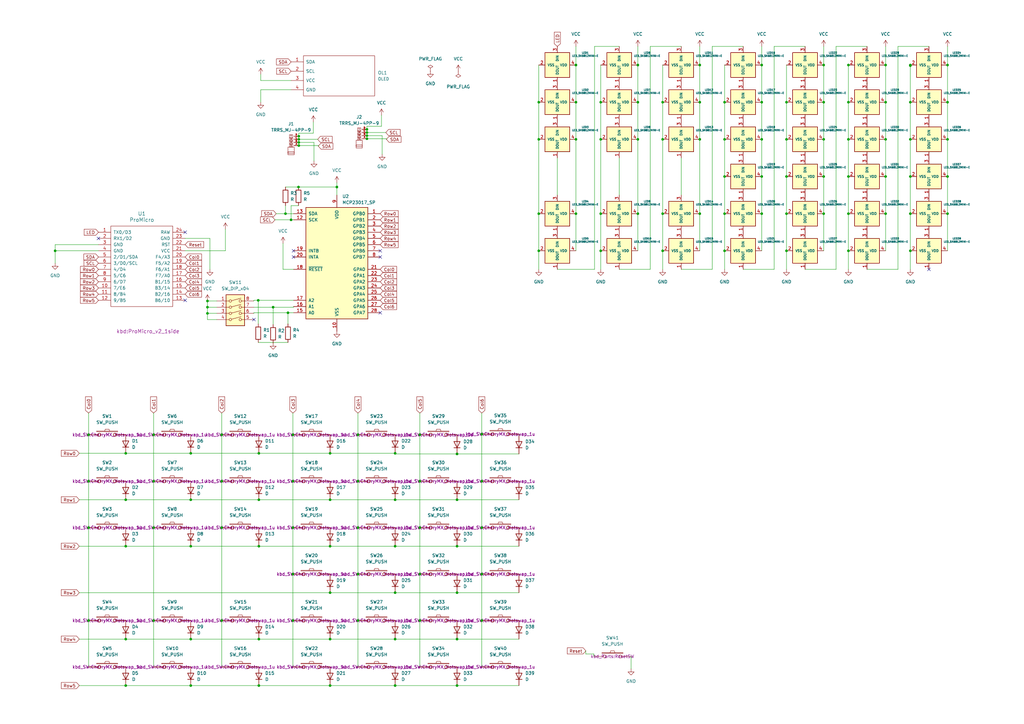
<source format=kicad_sch>
(kicad_sch (version 20230121) (generator eeschema)
  (paper "A3")
  (junction (at 106.172 224.028))
  (junction (at 287.02 26.67))
  (junction (at 363.22 72.39))
  (junction (at 51.562 224.028))
  (junction (at 347.98 57.15))
  (junction (at 146.812 197.358))
  (junction (at 347.98 72.39))
  (junction (at 337.82 26.67))
  (junction (at 373.38 72.39))
  (junction (at 312.42 72.39))
  (junction (at 162.052 243.078))
  (junction (at 85.09 125.984))
  (junction (at 62.992 197.358))
  (junction (at 78.232 224.028))
  (junction (at 236.22 41.91))
  (junction (at 78.232 281.178))
  (junction (at 322.58 57.15))
  (junction (at 162.052 224.028))
  (junction (at 105.918 123.19))
  (junction (at 337.82 41.91))
  (junction (at 337.82 72.39))
  (junction (at 363.22 26.67))
  (junction (at 388.62 57.15))
  (junction (at 347.98 41.91))
  (junction (at 90.932 254.508))
  (junction (at 78.232 262.128))
  (junction (at 106.172 281.178))
  (junction (at 297.18 72.39))
  (junction (at 138.176 76.708))
  (junction (at 90.932 216.408))
  (junction (at 106.172 185.928))
  (junction (at 297.18 87.63))
  (junction (at 122.555 55.88))
  (junction (at 197.612 178.054))
  (junction (at 337.82 87.63))
  (junction (at 337.82 57.15))
  (junction (at 187.452 262.128))
  (junction (at 146.812 254.508))
  (junction (at 150.495 55.626))
  (junction (at 106.172 204.978))
  (junction (at 172.212 254.508))
  (junction (at 347.98 26.67))
  (junction (at 187.452 204.978))
  (junction (at 62.992 178.308))
  (junction (at 122.428 76.708))
  (junction (at 197.612 197.358))
  (junction (at 271.78 57.15))
  (junction (at 120.142 216.408))
  (junction (at 197.612 254.508))
  (junction (at 122.555 58.42))
  (junction (at 150.495 54.356))
  (junction (at 363.22 41.91))
  (junction (at 312.42 87.63))
  (junction (at 51.562 185.928))
  (junction (at 388.62 26.67))
  (junction (at 220.98 87.63))
  (junction (at 297.18 41.91))
  (junction (at 120.142 254.508))
  (junction (at 312.42 57.15))
  (junction (at 297.18 57.15))
  (junction (at 162.052 185.928))
  (junction (at 236.22 87.63))
  (junction (at 51.562 281.178))
  (junction (at 388.62 87.63))
  (junction (at 271.78 87.63))
  (junction (at 220.98 41.91))
  (junction (at 322.58 102.87))
  (junction (at 246.38 57.15))
  (junction (at 373.38 102.87))
  (junction (at 388.62 41.91))
  (junction (at 150.495 56.896))
  (junction (at 78.232 204.978))
  (junction (at 322.58 87.63))
  (junction (at 287.02 57.15))
  (junction (at 246.38 87.63))
  (junction (at 120.142 197.358))
  (junction (at 51.562 262.128))
  (junction (at 187.452 224.028))
  (junction (at 347.98 102.87))
  (junction (at 261.62 87.63))
  (junction (at 62.992 216.408))
  (junction (at 135.382 262.128))
  (junction (at 373.38 26.67))
  (junction (at 220.98 57.15))
  (junction (at 78.232 185.928))
  (junction (at 271.78 102.87))
  (junction (at 363.22 57.15))
  (junction (at 146.812 235.458))
  (junction (at 187.452 281.178))
  (junction (at 146.812 216.408))
  (junction (at 261.62 26.67))
  (junction (at 246.38 102.87))
  (junction (at 146.812 178.308))
  (junction (at 287.02 41.91))
  (junction (at 246.38 41.91))
  (junction (at 135.382 281.178))
  (junction (at 162.052 262.128))
  (junction (at 120.142 235.458))
  (junction (at 150.495 53.086))
  (junction (at 90.932 178.308))
  (junction (at 322.58 41.91))
  (junction (at 197.612 216.408))
  (junction (at 106.172 262.128))
  (junction (at 197.612 235.458))
  (junction (at 85.09 123.444))
  (junction (at 85.09 128.524))
  (junction (at 118.11 128.27))
  (junction (at 51.562 204.978))
  (junction (at 347.98 87.63))
  (junction (at 373.38 41.91))
  (junction (at 117.094 87.63))
  (junction (at 373.38 26.924))
  (junction (at 187.452 243.078))
  (junction (at 162.052 204.978))
  (junction (at 36.322 216.408))
  (junction (at 36.322 254.508))
  (junction (at 373.38 87.63))
  (junction (at 363.22 87.63))
  (junction (at 236.22 57.15))
  (junction (at 172.212 197.358))
  (junction (at 119.38 90.17))
  (junction (at 36.322 197.358))
  (junction (at 135.382 204.978))
  (junction (at 90.932 197.358))
  (junction (at 112.014 125.984))
  (junction (at 172.212 178.308))
  (junction (at 312.42 41.91))
  (junction (at 135.382 224.028))
  (junction (at 22.606 102.87))
  (junction (at 135.382 243.078))
  (junction (at 287.02 87.63))
  (junction (at 135.382 185.928))
  (junction (at 297.18 102.87))
  (junction (at 261.62 41.91))
  (junction (at 172.212 235.458))
  (junction (at 388.62 72.39))
  (junction (at 236.22 26.67))
  (junction (at 373.38 57.15))
  (junction (at 261.62 57.15))
  (junction (at 122.555 57.15))
  (junction (at 122.555 59.69))
  (junction (at 322.58 72.39))
  (junction (at 220.98 102.87))
  (junction (at 187.452 186.182))
  (junction (at 62.992 254.508))
  (junction (at 312.42 26.67))
  (junction (at 271.78 41.91))
  (junction (at 120.142 178.308))
  (junction (at 162.052 281.178))
  (junction (at 36.322 178.308))
  (junction (at 172.212 216.408))
  (no_connect (at 40.386 97.79))
  (no_connect (at 120.396 102.87))
  (no_connect (at 104.14 131.064))
  (no_connect (at 381 110.49))
  (no_connect (at 155.956 128.27))
  (no_connect (at 75.946 123.19))
  (no_connect (at 120.396 105.41))
  (no_connect (at 155.956 105.41))
  (no_connect (at 75.946 95.25))
  (no_connect (at 155.956 102.87))
  (wire (pts (xy 90.932 216.408) (xy 90.932 254.508)))
  (wire (pts (xy 172.212 235.458) (xy 172.212 254.508)))
  (wire (pts (xy 117.094 76.708) (xy 122.428 76.708)))
  (wire (pts (xy 347.98 72.39) (xy 347.98 87.63)))
  (wire (pts (xy 388.62 87.63) (xy 388.62 102.87)))
  (wire (pts (xy 62.992 254.508) (xy 62.992 273.558)))
  (wire (pts (xy 36.322 197.358) (xy 36.322 216.408)))
  (wire (pts (xy 197.612 197.358) (xy 197.612 216.408)))
  (wire (pts (xy 342.9 110.49) (xy 342.9 19.05)))
  (wire (pts (xy 122.555 57.15) (xy 130.302 57.15)))
  (wire (pts (xy 118.11 132.842) (xy 118.11 128.27)))
  (wire (pts (xy 85.09 125.984) (xy 85.09 128.524)))
  (wire (pts (xy 85.09 125.984) (xy 88.9 125.984)))
  (wire (pts (xy 261.62 57.15) (xy 261.62 87.63)))
  (wire (pts (xy 172.212 197.358) (xy 172.212 216.408)))
  (wire (pts (xy 138.176 76.708) (xy 138.176 80.01)))
  (wire (pts (xy 236.22 41.91) (xy 236.22 57.15)))
  (wire (pts (xy 105.918 123.19) (xy 104.14 123.19)))
  (wire (pts (xy 120.142 197.358) (xy 120.142 216.408)))
  (wire (pts (xy 122.555 54.61) (xy 122.555 55.88)))
  (wire (pts (xy 187.452 178.562) (xy 187.452 178.308)))
  (wire (pts (xy 120.396 125.984) (xy 120.396 125.73)))
  (wire (pts (xy 130.556 59.69) (xy 130.556 59.944)))
  (wire (pts (xy 197.612 216.408) (xy 197.612 235.458)))
  (wire (pts (xy 347.98 26.416) (xy 347.98 26.67)))
  (wire (pts (xy 246.38 102.87) (xy 246.38 110.49)))
  (wire (pts (xy 32.512 185.928) (xy 51.562 185.928)))
  (wire (pts (xy 104.14 123.19) (xy 104.14 123.444)))
  (wire (pts (xy 373.38 87.63) (xy 373.38 102.87)))
  (wire (pts (xy 120.142 235.458) (xy 120.142 254.508)))
  (wire (pts (xy 120.142 178.308) (xy 120.142 197.358)))
  (wire (pts (xy 363.22 19.05) (xy 363.22 26.67)))
  (wire (pts (xy 187.452 281.178) (xy 212.852 281.178)))
  (wire (pts (xy 150.368 54.356) (xy 150.495 54.356)))
  (wire (pts (xy 271.78 26.67) (xy 271.78 41.91)))
  (wire (pts (xy 86.106 97.79) (xy 75.946 97.79)))
  (wire (pts (xy 363.22 87.63) (xy 363.22 102.87)))
  (wire (pts (xy 162.052 224.028) (xy 187.452 224.028)))
  (wire (pts (xy 197.612 169.418) (xy 197.612 178.054)))
  (wire (pts (xy 172.212 178.308) (xy 172.212 197.358)))
  (wire (pts (xy 22.606 102.87) (xy 22.606 107.95)))
  (wire (pts (xy 51.562 204.978) (xy 78.232 204.978)))
  (wire (pts (xy 312.42 57.15) (xy 312.42 72.39)))
  (wire (pts (xy 297.18 102.87) (xy 297.18 110.49)))
  (wire (pts (xy 78.232 262.128) (xy 106.172 262.128)))
  (wire (pts (xy 104.14 125.984) (xy 112.014 125.984)))
  (wire (pts (xy 146.812 254.508) (xy 146.812 273.558)))
  (wire (pts (xy 322.58 72.39) (xy 322.58 87.63)))
  (wire (pts (xy 261.62 41.91) (xy 261.62 57.15)))
  (wire (pts (xy 312.42 72.39) (xy 312.42 87.63)))
  (wire (pts (xy 261.62 26.67) (xy 261.62 41.91)))
  (wire (pts (xy 271.78 102.87) (xy 271.78 110.49)))
  (wire (pts (xy 236.22 26.67) (xy 236.22 41.91)))
  (wire (pts (xy 90.932 178.308) (xy 90.932 197.358)))
  (wire (pts (xy 317.5 19.05) (xy 330.2 19.05)))
  (wire (pts (xy 122.555 59.69) (xy 130.556 59.69)))
  (wire (pts (xy 119.38 90.17) (xy 120.396 90.17)))
  (wire (pts (xy 187.452 204.978) (xy 212.852 204.978)))
  (wire (pts (xy 120.142 216.408) (xy 120.142 235.458)))
  (wire (pts (xy 90.932 197.358) (xy 90.932 216.408)))
  (wire (pts (xy 373.38 57.15) (xy 373.38 72.39)))
  (wire (pts (xy 112.014 133.096) (xy 112.014 125.984)))
  (wire (pts (xy 86.106 97.79) (xy 86.106 110.49)))
  (wire (pts (xy 156.464 51.816) (xy 156.464 47.244)))
  (wire (pts (xy 261.62 19.05) (xy 261.62 26.67)))
  (wire (pts (xy 347.98 87.63) (xy 347.98 102.87)))
  (wire (pts (xy 187.452 243.078) (xy 212.852 243.078)))
  (wire (pts (xy 363.22 26.67) (xy 363.22 41.91)))
  (wire (pts (xy 119.38 84.328) (xy 122.428 84.328)))
  (wire (pts (xy 246.38 87.63) (xy 246.38 102.87)))
  (wire (pts (xy 32.512 281.178) (xy 51.562 281.178)))
  (wire (pts (xy 162.052 262.128) (xy 187.452 262.128)))
  (wire (pts (xy 246.38 26.67) (xy 246.38 41.91)))
  (wire (pts (xy 197.612 235.458) (xy 197.612 254.508)))
  (wire (pts (xy 51.562 224.028) (xy 78.232 224.028)))
  (wire (pts (xy 113.284 87.63) (xy 117.094 87.63)))
  (wire (pts (xy 322.58 26.67) (xy 322.58 41.91)))
  (wire (pts (xy 128.524 54.61) (xy 128.524 50.038)))
  (wire (pts (xy 373.38 102.87) (xy 373.38 110.49)))
  (wire (pts (xy 337.82 57.15) (xy 337.82 72.39)))
  (wire (pts (xy 85.09 123.444) (xy 85.09 125.984)))
  (wire (pts (xy 150.495 51.816) (xy 150.495 53.086)))
  (wire (pts (xy 119.38 90.17) (xy 119.38 84.328)))
  (wire (pts (xy 347.98 41.91) (xy 347.98 57.15)))
  (wire (pts (xy 146.812 197.358) (xy 146.812 216.408)))
  (wire (pts (xy 88.9 123.444) (xy 85.09 123.444)))
  (wire (pts (xy 373.126 26.67) (xy 373.126 26.924)))
  (wire (pts (xy 373.38 26.67) (xy 373.126 26.67)))
  (wire (pts (xy 388.62 57.15) (xy 388.62 72.39)))
  (wire (pts (xy 32.512 243.078) (xy 135.382 243.078)))
  (wire (pts (xy 135.382 204.978) (xy 162.052 204.978)))
  (wire (pts (xy 246.38 41.91) (xy 246.38 57.15)))
  (wire (pts (xy 117.094 87.63) (xy 120.396 87.63)))
  (wire (pts (xy 368.3 19.05) (xy 381 19.05)))
  (wire (pts (xy 62.992 169.418) (xy 62.992 178.308)))
  (wire (pts (xy 112.014 125.984) (xy 120.396 125.984)))
  (wire (pts (xy 254 110.49) (xy 266.7 110.49)))
  (wire (pts (xy 271.78 87.63) (xy 271.78 102.87)))
  (wire (pts (xy 322.58 57.15) (xy 322.58 72.39)))
  (wire (pts (xy 240.284 268.224) (xy 240.284 266.954)))
  (wire (pts (xy 279.4 110.49) (xy 292.1 110.49)))
  (wire (pts (xy 51.562 185.928) (xy 78.232 185.928)))
  (wire (pts (xy 292.1 19.05) (xy 304.8 19.05)))
  (wire (pts (xy 220.98 102.87) (xy 220.98 110.49)))
  (wire (pts (xy 363.22 72.39) (xy 363.22 87.63)))
  (wire (pts (xy 266.7 110.49) (xy 266.7 19.05)))
  (wire (pts (xy 105.918 132.842) (xy 105.918 123.19)))
  (wire (pts (xy 92.456 102.87) (xy 92.456 93.98)))
  (wire (pts (xy 150.495 54.356) (xy 158.242 54.356)))
  (wire (pts (xy 32.512 204.978) (xy 51.562 204.978)))
  (wire (pts (xy 287.02 26.67) (xy 287.02 41.91)))
  (wire (pts (xy 162.052 243.078) (xy 187.452 243.078)))
  (wire (pts (xy 337.82 19.05) (xy 337.82 26.67)))
  (wire (pts (xy 149.86 53.086) (xy 150.495 53.086)))
  (wire (pts (xy 138.176 74.93) (xy 138.176 76.708)))
  (wire (pts (xy 116.078 110.49) (xy 120.396 110.49)))
  (wire (pts (xy 254 19.05) (xy 243.84 19.05)))
  (wire (pts (xy 149.86 55.626) (xy 150.495 55.626)))
  (wire (pts (xy 172.212 216.408) (xy 172.212 235.458)))
  (wire (pts (xy 85.09 131.064) (xy 88.9 131.064)))
  (wire (pts (xy 342.9 19.05) (xy 355.6 19.05)))
  (wire (pts (xy 104.14 128.27) (xy 118.11 128.27)))
  (wire (pts (xy 106.172 262.128) (xy 135.382 262.128)))
  (wire (pts (xy 347.98 102.87) (xy 347.98 110.49)))
  (wire (pts (xy 271.78 41.91) (xy 271.78 57.15)))
  (wire (pts (xy 122.555 58.42) (xy 128.778 58.42)))
  (wire (pts (xy 120.142 169.418) (xy 120.142 178.308)))
  (wire (pts (xy 90.932 169.418) (xy 90.932 178.308)))
  (wire (pts (xy 146.812 178.308) (xy 146.812 197.358)))
  (wire (pts (xy 297.18 41.91) (xy 297.18 57.15)))
  (wire (pts (xy 355.6 34.036) (xy 355.6 34.29)))
  (wire (pts (xy 297.18 72.39) (xy 297.18 87.63)))
  (wire (pts (xy 135.382 262.128) (xy 162.052 262.128)))
  (wire (pts (xy 146.812 169.418) (xy 146.812 178.308)))
  (wire (pts (xy 122.428 57.15) (xy 122.555 57.15)))
  (wire (pts (xy 279.4 64.77) (xy 279.4 80.01)))
  (wire (pts (xy 363.22 57.15) (xy 363.22 72.39)))
  (wire (pts (xy 78.232 204.978) (xy 106.172 204.978)))
  (wire (pts (xy 62.992 178.308) (xy 62.992 197.358)))
  (wire (pts (xy 197.612 254.508) (xy 197.612 273.558)))
  (wire (pts (xy 297.18 87.63) (xy 297.18 102.87)))
  (wire (pts (xy 106.172 185.928) (xy 135.382 185.928)))
  (wire (pts (xy 119.38 33.02) (xy 106.934 33.02)))
  (wire (pts (xy 106.934 33.02) (xy 106.934 30.48)))
  (wire (pts (xy 287.02 41.91) (xy 287.02 57.15)))
  (wire (pts (xy 317.5 110.49) (xy 317.5 19.05)))
  (wire (pts (xy 150.495 55.626) (xy 156.718 55.626)))
  (wire (pts (xy 135.382 281.178) (xy 162.052 281.178)))
  (wire (pts (xy 162.052 204.978) (xy 187.452 204.978)))
  (wire (pts (xy 197.612 178.054) (xy 197.612 197.358)))
  (wire (pts (xy 236.22 57.15) (xy 236.22 87.63)))
  (wire (pts (xy 297.18 26.67) (xy 297.18 41.91)))
  (wire (pts (xy 228.6 64.77) (xy 228.6 80.01)))
  (wire (pts (xy 271.78 57.15) (xy 271.78 87.63)))
  (wire (pts (xy 363.22 41.91) (xy 363.22 57.15)))
  (wire (pts (xy 32.512 224.028) (xy 51.562 224.028)))
  (wire (pts (xy 106.172 281.178) (xy 135.382 281.178)))
  (wire (pts (xy 172.212 169.418) (xy 172.212 178.308)))
  (wire (pts (xy 312.42 41.91) (xy 312.42 57.15)))
  (wire (pts (xy 112.776 90.17) (xy 119.38 90.17)))
  (wire (pts (xy 162.052 186.182) (xy 162.052 185.928)))
  (wire (pts (xy 347.98 57.15) (xy 347.98 72.39)))
  (wire (pts (xy 312.42 26.67) (xy 312.42 41.91)))
  (wire (pts (xy 322.58 41.91) (xy 322.58 57.15)))
  (wire (pts (xy 22.606 100.33) (xy 22.606 102.87)))
  (wire (pts (xy 156.718 55.626) (xy 156.718 63.246)))
  (wire (pts (xy 292.1 110.49) (xy 292.1 19.05)))
  (wire (pts (xy 187.452 224.028) (xy 212.852 224.028)))
  (wire (pts (xy 337.82 41.91) (xy 337.82 57.15)))
  (wire (pts (xy 266.7 19.05) (xy 279.4 19.05)))
  (wire (pts (xy 106.172 204.978) (xy 135.382 204.978)))
  (wire (pts (xy 135.382 224.028) (xy 162.052 224.028)))
  (wire (pts (xy 212.852 186.182) (xy 187.452 186.182)))
  (wire (pts (xy 243.84 19.05) (xy 243.84 110.49)))
  (wire (pts (xy 78.232 185.928) (xy 106.172 185.928)))
  (wire (pts (xy 388.62 19.05) (xy 388.62 26.67)))
  (wire (pts (xy 297.18 57.15) (xy 297.18 72.39)))
  (wire (pts (xy 121.92 55.88) (xy 122.555 55.88)))
  (wire (pts (xy 304.8 110.49) (xy 317.5 110.49)))
  (wire (pts (xy 128.778 58.42) (xy 128.778 66.04)))
  (wire (pts (xy 220.98 41.91) (xy 220.98 57.15)))
  (wire (pts (xy 388.62 41.91) (xy 388.62 57.15)))
  (wire (pts (xy 236.22 19.05) (xy 236.22 26.67)))
  (wire (pts (xy 122.428 59.69) (xy 122.555 59.69)))
  (wire (pts (xy 220.98 87.63) (xy 220.98 102.87)))
  (wire (pts (xy 187.452 186.182) (xy 162.052 186.182)))
  (wire (pts (xy 75.946 102.87) (xy 92.456 102.87)))
  (wire (pts (xy 32.512 262.128) (xy 51.562 262.128)))
  (wire (pts (xy 135.382 185.928) (xy 162.052 185.928)))
  (wire (pts (xy 118.11 128.27) (xy 120.396 128.27)))
  (wire (pts (xy 36.322 254.508) (xy 36.322 273.558)))
  (wire (pts (xy 120.142 254.508) (xy 120.142 273.558)))
  (wire (pts (xy 287.02 87.63) (xy 287.02 102.87)))
  (wire (pts (xy 117.094 84.328) (xy 117.094 87.63)))
  (wire (pts (xy 36.322 178.308) (xy 36.322 197.358)))
  (wire (pts (xy 347.98 26.67) (xy 347.98 41.91)))
  (wire (pts (xy 78.232 281.178) (xy 106.172 281.178)))
  (wire (pts (xy 236.22 87.63) (xy 236.22 102.87)))
  (wire (pts (xy 122.428 76.708) (xy 138.176 76.708)))
  (wire (pts (xy 228.6 110.49) (xy 243.84 110.49)))
  (wire (pts (xy 373.38 41.91) (xy 373.38 57.15)))
  (wire (pts (xy 287.02 19.05) (xy 287.02 26.67)))
  (wire (pts (xy 78.232 224.028) (xy 106.172 224.028)))
  (wire (pts (xy 388.62 72.39) (xy 388.62 87.63)))
  (wire (pts (xy 337.82 72.39) (xy 337.82 87.63)))
  (wire (pts (xy 243.586 269.24) (xy 243.586 268.224)))
  (wire (pts (xy 187.452 262.128) (xy 212.852 262.128)))
  (wire (pts (xy 22.606 102.87) (xy 40.386 102.87)))
  (wire (pts (xy 312.42 87.63) (xy 312.42 102.87)))
  (wire (pts (xy 373.38 41.91) (xy 373.38 26.924)))
  (wire (pts (xy 373.126 26.924) (xy 373.38 26.924)))
  (wire (pts (xy 373.38 26.924) (xy 373.634 26.924)))
  (wire (pts (xy 120.396 123.19) (xy 105.918 123.19)))
  (wire (pts (xy 121.92 58.42) (xy 122.555 58.42)))
  (wire (pts (xy 373.38 26.924) (xy 373.38 26.67)))
  (wire (pts (xy 322.58 87.63) (xy 322.58 102.87)))
  (wire (pts (xy 220.98 26.67) (xy 220.98 41.91)))
  (wire (pts (xy 355.6 110.49) (xy 368.3 110.49)))
  (wire (pts (xy 146.812 216.408) (xy 146.812 235.458)))
  (wire (pts (xy 261.62 87.63) (xy 261.62 102.87)))
  (wire (pts (xy 104.14 128.27) (xy 104.14 128.524)))
  (wire (pts (xy 172.212 254.508) (xy 172.212 273.558)))
  (wire (pts (xy 62.992 197.358) (xy 62.992 216.408)))
  (wire (pts (xy 106.934 36.83) (xy 106.934 41.91)))
  (wire (pts (xy 90.932 254.508) (xy 90.932 273.558)))
  (wire (pts (xy 322.58 102.87) (xy 322.58 110.49)))
  (wire (pts (xy 62.992 216.408) (xy 62.992 254.508)))
  (wire (pts (xy 212.852 178.562) (xy 212.852 178.054)))
  (wire (pts (xy 337.82 87.63) (xy 337.82 102.87)))
  (wire (pts (xy 36.322 169.418) (xy 36.322 178.308)))
  (wire (pts (xy 150.368 56.896) (xy 150.495 56.896)))
  (wire (pts (xy 254 64.77) (xy 254 80.01)))
  (wire (pts (xy 106.172 224.028) (xy 135.382 224.028)))
  (wire (pts (xy 122.555 54.61) (xy 128.524 54.61)))
  (wire (pts (xy 312.42 19.05) (xy 312.42 26.67)))
  (wire (pts (xy 150.495 56.896) (xy 158.496 56.896)))
  (wire (pts (xy 88.9 128.524) (xy 85.09 128.524)))
  (wire (pts (xy 373.38 72.39) (xy 373.38 87.63)))
  (wire (pts (xy 162.052 281.178) (xy 187.452 281.178)))
  (wire (pts (xy 51.562 281.178) (xy 78.232 281.178)))
  (wire (pts (xy 220.98 57.15) (xy 220.98 87.63)))
  (wire (pts (xy 243.586 268.224) (xy 240.284 268.224)))
  (wire (pts (xy 146.812 235.458) (xy 146.812 254.508)))
  (wire (pts (xy 119.38 36.83) (xy 106.934 36.83)))
  (wire (pts (xy 116.078 99.822) (xy 116.078 110.49)))
  (wire (pts (xy 337.82 26.67) (xy 337.82 41.91)))
  (wire (pts (xy 51.562 262.128) (xy 78.232 262.128)))
  (wire (pts (xy 287.02 57.15) (xy 287.02 87.63)))
  (wire (pts (xy 150.495 51.816) (xy 156.464 51.816)))
  (wire (pts (xy 105.918 140.462) (xy 118.11 140.462)))
  (wire (pts (xy 40.386 100.33) (xy 22.606 100.33)))
  (wire (pts (xy 330.2 110.49) (xy 342.9 110.49)))
  (wire (pts (xy 158.496 56.896) (xy 158.496 57.15)))
  (wire (pts (xy 36.322 216.408) (xy 36.322 254.508)))
  (wire (pts (xy 258.826 269.24) (xy 258.826 274.32)))
  (wire (pts (xy 368.3 110.49) (xy 368.3 19.05)))
  (wire (pts (xy 85.09 128.524) (xy 85.09 131.064)))
  (wire (pts (xy 388.62 26.67) (xy 388.62 41.91)))
  (wire (pts (xy 246.38 57.15) (xy 246.38 87.63)))
  (wire (pts (xy 135.382 243.078) (xy 162.052 243.078)))
  (global_label "Col3" (shape input) (at 120.142 169.418 90) (property "Intersheetrefs" "${INTERSHEET_REFS}" (effects hide)))
  (global_label "Row0" (shape input) (at 32.512 185.928 180) (property "Intersheetrefs" "${INTERSHEET_REFS}" (effects hide)))
  (global_label "Col4" (shape input) (at 75.946 115.57 0) (property "Intersheetrefs" "${INTERSHEET_REFS}" (effects hide)))
  (global_label "Col1" (shape input) (at 75.946 107.95 0) (property "Intersheetrefs" "${INTERSHEET_REFS}" (effects hide)))
  (global_label "Row4" (shape input) (at 32.512 262.128 180) (property "Intersheetrefs" "${INTERSHEET_REFS}" (effects hide)))
  (global_label "SDA" (shape input) (at 113.284 87.63 180) (property "Intersheetrefs" "${INTERSHEET_REFS}" (effects hide)))
  (global_label "SCL" (shape input) (at 112.776 90.17 180) (property "Intersheetrefs" "${INTERSHEET_REFS}" (effects hide)))
  (global_label "SDA" (shape input) (at 130.556 59.944 0) (property "Intersheetrefs" "${INTERSHEET_REFS}" (effects hide)))
  (global_label "SCL" (shape input) (at 130.302 57.15 0) (property "Intersheetrefs" "${INTERSHEET_REFS}" (effects hide)))
  (global_label "Col3" (shape input) (at 155.956 118.11 0) (property "Intersheetrefs" "${INTERSHEET_REFS}" (effects hide)))
  (global_label "Row2" (shape input) (at 155.956 92.71 0) (property "Intersheetrefs" "${INTERSHEET_REFS}" (effects hide)))
  (global_label "LED" (shape input) (at 40.386 95.25 180) (property "Intersheetrefs" "${INTERSHEET_REFS}" (effects hide)))
  (global_label "Row5" (shape input) (at 155.956 100.33 0) (property "Intersheetrefs" "${INTERSHEET_REFS}" (effects hide)))
  (global_label "Col3" (shape input) (at 75.946 113.03 0) (property "Intersheetrefs" "${INTERSHEET_REFS}" (effects hide)))
  (global_label "Row0" (shape input) (at 155.956 87.63 0) (property "Intersheetrefs" "${INTERSHEET_REFS}" (effects hide)))
  (global_label "Col6" (shape input) (at 155.956 125.73 0) (property "Intersheetrefs" "${INTERSHEET_REFS}" (effects hide)))
  (global_label "Col0" (shape input) (at 155.956 110.49 0) (property "Intersheetrefs" "${INTERSHEET_REFS}" (effects hide)))
  (global_label "Col5" (shape input) (at 155.956 123.19 0) (property "Intersheetrefs" "${INTERSHEET_REFS}" (effects hide)))
  (global_label "Reset" (shape input) (at 240.284 266.954 180) (property "Intersheetrefs" "${INTERSHEET_REFS}" (effects hide)))
  (global_label "Col2" (shape input) (at 90.932 169.418 90) (property "Intersheetrefs" "${INTERSHEET_REFS}" (effects hide)))
  (global_label "Col5" (shape input) (at 75.946 118.11 0) (property "Intersheetrefs" "${INTERSHEET_REFS}" (effects hide)))
  (global_label "Col5" (shape input) (at 172.212 169.418 90) (property "Intersheetrefs" "${INTERSHEET_REFS}" (effects hide)))
  (global_label "SCL" (shape input) (at 158.242 54.356 0) (property "Intersheetrefs" "${INTERSHEET_REFS}" (effects hide)))
  (global_label "Col4" (shape input) (at 155.956 120.65 0) (property "Intersheetrefs" "${INTERSHEET_REFS}" (effects hide)))
  (global_label "Row3" (shape input) (at 40.386 118.11 180) (property "Intersheetrefs" "${INTERSHEET_REFS}" (effects hide)))
  (global_label "Col2" (shape input) (at 75.946 110.49 0) (property "Intersheetrefs" "${INTERSHEET_REFS}" (effects hide)))
  (global_label "Row1" (shape input) (at 40.386 113.03 180) (property "Intersheetrefs" "${INTERSHEET_REFS}" (effects hide)))
  (global_label "Col4" (shape input) (at 146.812 169.418 90) (property "Intersheetrefs" "${INTERSHEET_REFS}" (effects hide)))
  (global_label "Row4" (shape input) (at 155.956 97.79 0) (property "Intersheetrefs" "${INTERSHEET_REFS}" (effects hide)))
  (global_label "SCL" (shape input) (at 119.38 29.21 180) (property "Intersheetrefs" "${INTERSHEET_REFS}" (effects hide)))
  (global_label "SCL" (shape input) (at 40.386 107.95 180) (property "Intersheetrefs" "${INTERSHEET_REFS}" (effects hide)))
  (global_label "Row4" (shape input) (at 40.386 120.65 180) (property "Intersheetrefs" "${INTERSHEET_REFS}" (effects hide)))
  (global_label "SDA" (shape input) (at 119.38 25.4 180) (property "Intersheetrefs" "${INTERSHEET_REFS}" (effects hide)))
  (global_label "Row5" (shape input) (at 32.512 281.178 180) (property "Intersheetrefs" "${INTERSHEET_REFS}" (effects hide)))
  (global_label "SDA" (shape input) (at 158.496 57.15 0) (property "Intersheetrefs" "${INTERSHEET_REFS}" (effects hide)))
  (global_label "Row0" (shape input) (at 40.386 110.49 180) (property "Intersheetrefs" "${INTERSHEET_REFS}" (effects hide)))
  (global_label "Row1" (shape input) (at 155.956 90.17 0) (property "Intersheetrefs" "${INTERSHEET_REFS}" (effects hide)))
  (global_label "SDA" (shape input) (at 40.386 105.41 180) (property "Intersheetrefs" "${INTERSHEET_REFS}" (effects hide)))
  (global_label "Col6" (shape input) (at 197.612 169.418 90) (property "Intersheetrefs" "${INTERSHEET_REFS}" (effects hide)))
  (global_label "Col2" (shape input) (at 155.956 115.57 0) (property "Intersheetrefs" "${INTERSHEET_REFS}" (effects hide)))
  (global_label "LED" (shape input) (at 228.6 19.05 90) (property "Intersheetrefs" "${INTERSHEET_REFS}" (effects hide)))
  (global_label "Row1" (shape input) (at 32.512 204.978 180) (property "Intersheetrefs" "${INTERSHEET_REFS}" (effects hide)))
  (global_label "Row5" (shape input) (at 40.386 123.19 180) (property "Intersheetrefs" "${INTERSHEET_REFS}" (effects hide)))
  (global_label "Col0" (shape input) (at 75.946 105.41 0) (property "Intersheetrefs" "${INTERSHEET_REFS}" (effects hide)))
  (global_label "Col6" (shape input) (at 75.946 120.65 0) (property "Intersheetrefs" "${INTERSHEET_REFS}" (effects hide)))
  (global_label "Col1" (shape input) (at 155.956 113.03 0) (property "Intersheetrefs" "${INTERSHEET_REFS}" (effects hide)))
  (global_label "Row3" (shape input) (at 155.956 95.25 0) (property "Intersheetrefs" "${INTERSHEET_REFS}" (effects hide)))
  (global_label "Reset" (shape input) (at 75.946 100.33 0) (property "Intersheetrefs" "${INTERSHEET_REFS}" (effects hide)))
  (global_label "Col0" (shape input) (at 36.322 169.418 90) (property "Intersheetrefs" "${INTERSHEET_REFS}" (effects hide)))
  (global_label "Col1" (shape input) (at 62.992 169.418 90) (property "Intersheetrefs" "${INTERSHEET_REFS}" (effects hide)))
  (global_label "Row2" (shape input) (at 40.386 115.57 180) (property "Intersheetrefs" "${INTERSHEET_REFS}" (effects hide)))
  (global_label "Row3" (shape input) (at 32.512 243.078 180) (property "Intersheetrefs" "${INTERSHEET_REFS}" (effects hide)))
  (global_label "Row2" (shape input) (at 32.512 224.028 180) (property "Intersheetrefs" "${INTERSHEET_REFS}" (effects hide)))
  (symbol (lib_id "kbd:SW_PUSH") (at 70.612 216.408 0) (unit 1)
    (property "Reference" "SW8" (at 70.612 208.788 0))
    (property "Value" "SW_PUSH" (at 70.612 211.328 0))
    (property "Footprint" "kbd_SW:CherryMX_Hotswap_1u" (at 70.612 216.408 0))
  )
  (symbol (lib_id "kbd:SW_PUSH") (at 205.232 178.054 0) (unit 1)
    (property "Reference" "SW35" (at 205.232 170.434 0))
    (property "Value" "SW_PUSH" (at 205.232 172.974 0))
    (property "Footprint" "kbd_SW:CherryMX_Hotswap_1u" (at 205.232 178.054 0))
  )
  (symbol (lib_id "kbd:SW_PUSH") (at 70.612 197.358 0) (unit 1)
    (property "Reference" "SW7" (at 70.612 189.738 0))
    (property "Value" "SW_PUSH" (at 70.612 192.278 0))
    (property "Footprint" "kbd_SW:CherryMX_Hotswap_1u" (at 70.612 197.358 0))
  )
  (symbol (lib_id "Salicylic_kbd:LED_SK6812MINI-E") (at 304.8 87.63 270) (unit 1)
    (property "Reference" "LED20" (at 316.23 82.6069 90) (effects (font (size 0.7366 0.7366))))
    (property "Value" "LED_SK6812MINI-E" (at 316.23 83.8769 90) (effects (font (size 0.7366 0.7366))))
    (property "Footprint" "kbd_Parts:LED_SK6812MINI-E_BL_y" (effects hide))
  )
  (symbol (lib_id "Salicylic_kbd:LED_SK6812MINI-E") (at 279.4 57.15 270) (unit 1)
    (property "Reference" "LED13" (at 290.83 52.1269 90) (effects (font (size 0.7366 0.7366))))
    (property "Value" "LED_SK6812MINI-E" (at 290.83 53.3969 90) (effects (font (size 0.7366 0.7366))))
    (property "Footprint" "kbd_Parts:LED_SK6812MINI-E_BL_y" (effects hide))
  )
  (symbol (lib_id "Device:D") (at 106.172 182.118 90) (unit 1)
    (property "Reference" "D11" (at 108.712 180.848 90) (effects (justify right)))
    (property "Value" "D" (at 108.712 183.388 90) (effects (justify right)))
    (property "Footprint" "kbd_Parts:Diode_TH_SMD" (effects hide))
    (property "Sim.Device" "D" (effects hide))
    (property "Sim.Pins" "1=K 2=A" (effects hide))
  )
  (symbol (lib_id "Device:R") (at 117.094 80.518 0) (unit 1)
    (property "Reference" "R3" (at 119.126 79.248 0) (effects (justify left)))
    (property "Value" "R" (at 119.126 81.788 0) (effects (justify left)))
    (property "Footprint" "kbd_Parts:Diode_TH_SMD" (effects hide))
  )
  (symbol (lib_id "Salicylic_kbd:LED_SK6812MINI-E") (at 381 41.91 270) (unit 1)
    (property "Reference" "LED35" (at 392.43 36.8869 90) (effects (font (size 0.7366 0.7366))))
    (property "Value" "LED_SK6812MINI-E" (at 392.43 38.1569 90) (effects (font (size 0.7366 0.7366))))
    (property "Footprint" "kbd_Parts:LED_SK6812MINI-E_BL_y" (effects hide))
  )
  (symbol (lib_id "Device:D") (at 78.232 201.168 90) (unit 1)
    (property "Reference" "D7" (at 80.772 199.898 90) (effects (justify right)))
    (property "Value" "D" (at 80.772 202.438 90) (effects (justify right)))
    (property "Footprint" "kbd_Parts:Diode_TH_SMD" (effects hide))
    (property "Sim.Device" "D" (effects hide))
    (property "Sim.Pins" "1=K 2=A" (effects hide))
  )
  (symbol (lib_id "Salicylic_kbd:LED_SK6812MINI-E") (at 279.4 87.63 270) (unit 1)
    (property "Reference" "LED14" (at 290.83 82.6069 90) (effects (font (size 0.7366 0.7366))))
    (property "Value" "LED_SK6812MINI-E" (at 290.83 83.8769 90) (effects (font (size 0.7366 0.7366))))
    (property "Footprint" "kbd_Parts:LED_SK6812MINI-E_BL_y" (effects hide))
  )
  (symbol (lib_id "power:GND") (at 322.58 110.49 0) (unit 1)
    (property "Reference" "#PWR024" (effects hide))
    (property "Value" "GND" (at 322.58 115.57 0))
  )
  (symbol (lib_id "kbd:SW_PUSH") (at 43.942 197.358 0) (unit 1)
    (property "Reference" "SW2" (at 43.942 189.738 0))
    (property "Value" "SW_PUSH" (at 43.942 192.278 0))
    (property "Footprint" "kbd_SW:CherryMX_Hotswap_1u" (at 43.942 197.358 0))
  )
  (symbol (lib_id "Device:D") (at 212.852 239.268 90) (unit 1)
    (property "Reference" "D37" (at 215.392 237.998 90) (effects (justify right)))
    (property "Value" "D" (at 215.392 240.538 90) (effects (justify right)))
    (property "Footprint" "kbd_Parts:Diode_TH_SMD" (effects hide))
    (property "Sim.Device" "D" (effects hide))
    (property "Sim.Pins" "1=K 2=A" (effects hide))
  )
  (symbol (lib_id "Salicylic_kbd:LED_SK6812MINI-E") (at 330.2 41.91 270) (unit 1)
    (property "Reference" "LED23" (at 341.63 36.8869 90) (effects (font (size 0.7366 0.7366))))
    (property "Value" "LED_SK6812MINI-E" (at 341.63 38.1569 90) (effects (font (size 0.7366 0.7366))))
    (property "Footprint" "kbd_Parts:LED_SK6812MINI-E_BL_y" (effects hide))
  )
  (symbol (lib_id "power:GND") (at 258.826 274.32 0) (unit 1)
    (property "Reference" "#PWR018" (effects hide))
    (property "Value" "GND" (at 258.826 279.4 0))
  )
  (symbol (lib_id "Salicylic_kbd:LED_SK6812MINI-E") (at 228.6 87.63 270) (unit 1)
    (property "Reference" "LED4" (at 240.03 82.6069 90) (effects (font (size 0.7366 0.7366))))
    (property "Value" "LED_SK6812MINI-E" (at 240.03 83.8769 90) (effects (font (size 0.7366 0.7366))))
    (property "Footprint" "kbd_Parts:LED_SK6812MINI-E_BL_y" (effects hide))
  )
  (symbol (lib_id "Salicylic_kbd:LED_SK6812MINI-E") (at 355.6 72.39 270) (unit 1)
    (property "Reference" "LED31" (at 367.03 67.3669 90) (effects (font (size 0.7366 0.7366))))
    (property "Value" "LED_SK6812MINI-E" (at 367.03 68.6369 90) (effects (font (size 0.7366 0.7366))))
    (property "Footprint" "kbd_Parts:LED_SK6812MINI-E_BL_y" (effects hide))
  )
  (symbol (lib_id "Device:D") (at 135.382 182.118 90) (unit 1)
    (property "Reference" "D16" (at 137.922 180.848 90) (effects (justify right)))
    (property "Value" "D" (at 137.922 183.388 90) (effects (justify right)))
    (property "Footprint" "kbd_Parts:Diode_TH_SMD" (effects hide))
    (property "Sim.Device" "D" (effects hide))
    (property "Sim.Pins" "1=K 2=A" (effects hide))
  )
  (symbol (lib_id "kbd:SW_PUSH") (at 70.612 254.508 0) (unit 1)
    (property "Reference" "SW9" (at 70.612 246.888 0))
    (property "Value" "SW_PUSH" (at 70.612 249.428 0))
    (property "Footprint" "kbd_SW:CherryMX_Hotswap_1u" (at 70.612 254.508 0))
  )
  (symbol (lib_id "power:VCC") (at 106.934 30.48 0) (unit 1)
    (property "Reference" "#PWR031" (effects hide))
    (property "Value" "VCC" (at 106.934 25.4 0))
  )
  (symbol (lib_id "kbd:SW_PUSH") (at 179.832 216.408 0) (unit 1)
    (property "Reference" "SW31" (at 179.832 208.788 0))
    (property "Value" "SW_PUSH" (at 179.832 211.328 0))
    (property "Footprint" "kbd_SW:CherryMX_Hotswap_1u" (at 179.832 216.408 0))
  )
  (symbol (lib_id "kbd:SW_PUSH") (at 43.942 216.408 0) (unit 1)
    (property "Reference" "SW3" (at 43.942 208.788 0))
    (property "Value" "SW_PUSH" (at 43.942 211.328 0))
    (property "Footprint" "kbd_SW:CherryMX_Hotswap_1u" (at 43.942 216.408 0))
  )
  (symbol (lib_id "Switch:SW_DIP_x04") (at 96.52 128.524 0) (unit 1)
    (property "Reference" "SW11" (at 96.52 115.824 0))
    (property "Value" "SW_DIP_x04" (at 96.52 118.364 0))
    (property "Footprint" "Button_Switch_THT:KSA_Tactile_SPST" (effects hide))
  )
  (symbol (lib_id "Interface_Expansion:MCP23017_SP") (at 138.176 107.95 0) (unit 1)
    (property "Reference" "U2" (at 140.3701 80.518 0) (effects (justify left)))
    (property "Value" "MCP23017_SP" (at 140.3701 83.058 0) (effects (justify left)))
    (property "Footprint" "Package_DIP:DIP-28_W7.62mm" (effects hide))
    (property "Datasheet" "http://ww1.microchip.com/downloads/en/DeviceDoc/20001952C.pdf" (effects hide))
  )
  (symbol (lib_id "power:VCC") (at 138.176 74.93 0) (unit 1)
    (property "Reference" "#PWR09" (effects hide))
    (property "Value" "VCC" (at 138.176 69.85 0))
  )
  (symbol (lib_id "power:VCC") (at 388.62 19.05 0) (unit 1)
    (property "Reference" "#PWR029" (effects hide))
    (property "Value" "VCC" (at 388.62 13.97 0))
  )
  (symbol (lib_id "Device:D") (at 51.562 182.118 90) (unit 1)
    (property "Reference" "D1" (at 54.102 180.848 90) (effects (justify right)))
    (property "Value" "D" (at 54.102 183.388 90) (effects (justify right)))
    (property "Footprint" "kbd_Parts:Diode_TH_SMD" (effects hide))
    (property "Sim.Device" "D" (effects hide))
    (property "Sim.Pins" "1=K 2=A" (effects hide))
  )
  (symbol (lib_id "Device:D") (at 51.562 201.168 90) (unit 1)
    (property "Reference" "D2" (at 54.102 199.898 90) (effects (justify right)))
    (property "Value" "D" (at 54.102 202.438 90) (effects (justify right)))
    (property "Footprint" "kbd_Parts:Diode_TH_SMD" (effects hide))
    (property "Sim.Device" "D" (effects hide))
    (property "Sim.Pins" "1=K 2=A" (effects hide))
  )
  (symbol (lib_id "kbd:SW_PUSH") (at 179.832 273.558 0) (unit 1)
    (property "Reference" "SW34" (at 179.832 265.938 0))
    (property "Value" "SW_PUSH" (at 179.832 268.478 0))
    (property "Footprint" "kbd_SW:CherryMX_Hotswap_1u" (at 179.832 273.558 0))
  )
  (symbol (lib_id "power:GND") (at 86.106 110.49 0) (unit 1)
    (property "Reference" "#PWR03" (effects hide))
    (property "Value" "GND" (at 86.106 115.57 0))
  )
  (symbol (lib_id "kbd:SW_PUSH") (at 154.432 254.508 0) (unit 1)
    (property "Reference" "SW27" (at 154.432 246.888 0))
    (property "Value" "SW_PUSH" (at 154.432 249.428 0))
    (property "Footprint" "kbd_SW:CherryMX_Hotswap_1u" (at 154.432 254.508 0))
  )
  (symbol (lib_id "power:GND") (at 373.38 110.49 0) (unit 1)
    (property "Reference" "#PWR028" (effects hide))
    (property "Value" "GND" (at 373.38 115.57 0))
  )
  (symbol (lib_id "Device:D") (at 162.052 277.368 90) (unit 1)
    (property "Reference" "D27" (at 164.592 276.098 90) (effects (justify right)))
    (property "Value" "D" (at 164.592 278.638 90) (effects (justify right)))
    (property "Footprint" "kbd_Parts:Diode_TH_SMD" (effects hide))
    (property "Sim.Device" "D" (effects hide))
    (property "Sim.Pins" "1=K 2=A" (effects hide))
  )
  (symbol (lib_id "Device:D") (at 162.052 220.218 90) (unit 1)
    (property "Reference" "D24" (at 164.592 218.948 90) (effects (justify right)))
    (property "Value" "D" (at 164.592 221.488 90) (effects (justify right)))
    (property "Footprint" "kbd_Parts:Diode_TH_SMD" (effects hide))
    (property "Sim.Device" "D" (effects hide))
    (property "Sim.Pins" "1=K 2=A" (effects hide))
  )
  (symbol (lib_id "power:GND") (at 138.176 135.89 0) (unit 1)
    (property "Reference" "#PWR010" (effects hide))
    (property "Value" "GND" (at 138.176 140.97 0))
  )
  (symbol (lib_id "Device:D") (at 212.852 220.218 90) (unit 1)
    (property "Reference" "D36" (at 215.392 218.948 90) (effects (justify right)))
    (property "Value" "D" (at 215.392 221.488 90) (effects (justify right)))
    (property "Footprint" "kbd_Parts:Diode_TH_SMD" (effects hide))
    (property "Sim.Device" "D" (effects hide))
    (property "Sim.Pins" "1=K 2=A" (effects hide))
  )
  (symbol (lib_id "Salicylic_kbd:LED_SK6812MINI-E") (at 330.2 72.39 270) (unit 1)
    (property "Reference" "LED25" (at 341.63 67.3669 90) (effects (font (size 0.7366 0.7366))))
    (property "Value" "LED_SK6812MINI-E" (at 341.63 68.6369 90) (effects (font (size 0.7366 0.7366))))
    (property "Footprint" "kbd_Parts:LED_SK6812MINI-E_BL_y" (effects hide))
  )
  (symbol (lib_id "kbd:SW_PUSH") (at 205.232 254.508 0) (unit 1)
    (property "Reference" "SW39" (at 205.232 246.888 0))
    (property "Value" "SW_PUSH" (at 205.232 249.428 0))
    (property "Footprint" "kbd_SW:CherryMX_Hotswap_1u" (at 205.232 254.508 0))
  )
  (symbol (lib_id "Salicylic_kbd:LED_SK6812MINI-E") (at 381 72.39 270) (unit 1)
    (property "Reference" "LED37" (at 392.43 67.3669 90) (effects (font (size 0.7366 0.7366))))
    (property "Value" "LED_SK6812MINI-E" (at 392.43 68.6369 90) (effects (font (size 0.7366 0.7366))))
    (property "Footprint" "kbd_Parts:LED_SK6812MINI-E_BL_y" (effects hide))
  )
  (symbol (lib_id "Device:D") (at 212.852 182.372 90) (unit 1)
    (property "Reference" "D34" (at 215.392 181.102 90) (effects (justify right)))
    (property "Value" "D" (at 215.392 183.642 90) (effects (justify right)))
    (property "Footprint" "kbd_Parts:Diode_TH_SMD" (effects hide))
    (property "Sim.Device" "D" (effects hide))
    (property "Sim.Pins" "1=K 2=A" (effects hide))
  )
  (symbol (lib_id "power:GND") (at 156.718 63.246 0) (unit 1)
    (property "Reference" "#PWR012" (effects hide))
    (property "Value" "GND" (at 156.718 68.326 0))
  )
  (symbol (lib_id "power:VCC") (at 92.456 93.98 0) (unit 1)
    (property "Reference" "#PWR04" (effects hide))
    (property "Value" "VCC" (at 92.456 88.9 0))
  )
  (symbol (lib_id "Device:R") (at 118.11 136.652 0) (unit 1)
    (property "Reference" "R4" (at 120.142 135.382 0) (effects (justify left)))
    (property "Value" "R" (at 120.142 137.922 0) (effects (justify left)))
    (property "Footprint" "kbd_Parts:Diode_TH_SMD" (effects hide))
  )
  (symbol (lib_id "kbd:SW_PUSH") (at 179.832 254.508 0) (unit 1)
    (property "Reference" "SW33" (at 179.832 246.888 0))
    (property "Value" "SW_PUSH" (at 179.832 249.428 0))
    (property "Footprint" "kbd_SW:CherryMX_Hotswap_1u" (at 179.832 254.508 0))
  )
  (symbol (lib_id "Device:D") (at 51.562 258.318 90) (unit 1)
    (property "Reference" "D4" (at 54.102 257.048 90) (effects (justify right)))
    (property "Value" "D" (at 54.102 259.588 90) (effects (justify right)))
    (property "Footprint" "kbd_Parts:Diode_TH_SMD" (effects hide))
    (property "Sim.Device" "D" (effects hide))
    (property "Sim.Pins" "1=K 2=A" (effects hide))
  )
  (symbol (lib_id "kbd:OLED") (at 138.43 31.75 0) (unit 1)
    (property "Reference" "OL1" (at 154.94 29.845 0) (effects (font (size 1.2954 1.2954)) (justify left)))
    (property "Value" "OLED" (at 154.94 32.385 0) (effects (font (size 1.1938 1.1938)) (justify left)))
    (property "Footprint" "kbd_Parts:OLED" (effects hide))
  )
  (symbol (lib_id "power:GND") (at 220.98 110.49 0) (unit 1)
    (property "Reference" "#PWR015" (effects hide))
    (property "Value" "GND" (at 220.98 115.57 0))
  )
  (symbol (lib_id "Salicylic_kbd:LED_SK6812MINI-E") (at 330.2 26.67 270) (unit 1)
    (property "Reference" "LED22" (at 341.63 21.6469 90) (effects (font (size 0.7366 0.7366))))
    (property "Value" "LED_SK6812MINI-E" (at 341.63 22.9169 90) (effects (font (size 0.7366 0.7366))))
    (property "Footprint" "kbd_Parts:LED_SK6812MINI-E_BL_y" (effects hide))
  )
  (symbol (lib_id "Device:D") (at 106.172 220.218 90) (unit 1)
    (property "Reference" "D13" (at 108.712 218.948 90) (effects (justify right)))
    (property "Value" "D" (at 108.712 221.488 90) (effects (justify right)))
    (property "Footprint" "kbd_Parts:Diode_TH_SMD" (effects hide))
    (property "Sim.Device" "D" (effects hide))
    (property "Sim.Pins" "1=K 2=A" (effects hide))
  )
  (symbol (lib_id "Salicylic_kbd:LED_SK6812MINI-E") (at 228.6 102.87 270) (unit 1)
    (property "Reference" "LED5" (at 240.03 97.8469 90) (effects (font (size 0.7366 0.7366))))
    (property "Value" "LED_SK6812MINI-E" (at 240.03 99.1169 90) (effects (font (size 0.7366 0.7366))))
    (property "Footprint" "kbd_Parts:LED_SK6812MINI-E_BL_y" (effects hide))
  )
  (symbol (lib_id "power:GND") (at 22.606 107.95 0) (unit 1)
    (property "Reference" "#PWR01" (effects hide))
    (property "Value" "GND" (at 22.606 113.03 0))
  )
  (symbol (lib_id "Salicylic_kbd:LED_SK6812MINI-E") (at 254 26.67 270) (unit 1)
    (property "Reference" "LED6" (at 265.43 21.6469 90) (effects (font (size 0.7366 0.7366))))
    (property "Value" "LED_SK6812MINI-E" (at 265.43 22.9169 90) (effects (font (size 0.7366 0.7366))))
    (property "Footprint" "kbd_Parts:LED_SK6812MINI-E_BL_y" (effects hide))
  )
  (symbol (lib_id "Device:D") (at 162.052 201.168 90) (unit 1)
    (property "Reference" "D23" (at 164.592 199.898 90) (effects (justify right)))
    (property "Value" "D" (at 164.592 202.438 90) (effects (justify right)))
    (property "Footprint" "kbd_Parts:Diode_TH_SMD" (effects hide))
    (property "Sim.Device" "D" (effects hide))
    (property "Sim.Pins" "1=K 2=A" (effects hide))
  )
  (symbol (lib_id "Salicylic_kbd:LED_SK6812MINI-E") (at 304.8 41.91 270) (unit 1)
    (property "Reference" "LED17" (at 316.23 36.8869 90) (effects (font (size 0.7366 0.7366))))
    (property "Value" "LED_SK6812MINI-E" (at 316.23 38.1569 90) (effects (font (size 0.7366 0.7366))))
    (property "Footprint" "kbd_Parts:LED_SK6812MINI-E_BL_y" (effects hide))
  )
  (symbol (lib_id "power:VCC") (at 156.464 47.244 0) (unit 1)
    (property "Reference" "#PWR011" (effects hide))
    (property "Value" "VCC" (at 156.464 42.164 0))
  )
  (symbol (lib_id "kbd:SW_PUSH") (at 98.552 254.508 0) (unit 1)
    (property "Reference" "SW15" (at 98.552 246.888 0))
    (property "Value" "SW_PUSH" (at 98.552 249.428 0))
    (property "Footprint" "kbd_SW:CherryMX_Hotswap_1u" (at 98.552 254.508 0))
  )
  (symbol (lib_id "kbd:SW_PUSH") (at 154.432 235.458 0) (unit 1)
    (property "Reference" "SW26" (at 154.432 227.838 0))
    (property "Value" "SW_PUSH" (at 154.432 230.378 0))
    (property "Footprint" "kbd_SW:CherryMX_Hotswap_1u" (at 154.432 235.458 0))
  )
  (symbol (lib_id "Device:D") (at 212.852 277.368 90) (unit 1)
    (property "Reference" "D39" (at 215.392 276.098 90) (effects (justify right)))
    (property "Value" "D" (at 215.392 278.638 90) (effects (justify right)))
    (property "Footprint" "kbd_Parts:Diode_TH_SMD" (effects hide))
    (property "Sim.Device" "D" (effects hide))
    (property "Sim.Pins" "1=K 2=A" (effects hide))
  )
  (symbol (lib_id "power:PWR_FLAG") (at 187.96 29.21 180) (unit 1)
    (property "Reference" "#FLG02" (effects hide))
    (property "Value" "PWR_FLAG" (at 187.96 35.56 0))
  )
  (symbol (lib_id "Device:D") (at 135.382 277.368 90) (unit 1)
    (property "Reference" "D21" (at 137.922 276.098 90) (effects (justify right)))
    (property "Value" "D" (at 137.922 278.638 90) (effects (justify right)))
    (property "Footprint" "kbd_Parts:Diode_TH_SMD" (effects hide))
    (property "Sim.Device" "D" (effects hide))
    (property "Sim.Pins" "1=K 2=A" (effects hide))
  )
  (symbol (lib_id "Salicylic_kbd:LED_SK6812MINI-E") (at 304.8 72.39 270) (unit 1)
    (property "Reference" "LED19" (at 316.23 67.3669 90) (effects (font (size 0.7366 0.7366))))
    (property "Value" "LED_SK6812MINI-E" (at 316.23 68.6369 90) (effects (font (size 0.7366 0.7366))))
    (property "Footprint" "kbd_Parts:LED_SK6812MINI-E_BL_y" (effects hide))
  )
  (symbol (lib_id "kbd:SW_PUSH") (at 127.762 273.558 0) (unit 1)
    (property "Reference" "SW22" (at 127.762 265.938 0))
    (property "Value" "SW_PUSH" (at 127.762 268.478 0))
    (property "Footprint" "kbd_SW:CherryMX_Hotswap_1u" (at 127.762 273.558 0))
  )
  (symbol (lib_id "power:PWR_FLAG") (at 176.53 29.21 0) (unit 1)
    (property "Reference" "#FLG01" (effects hide))
    (property "Value" "PWR_FLAG" (at 176.53 24.13 0))
  )
  (symbol (lib_id "power:VCC") (at 187.96 29.21 0) (unit 1)
    (property "Reference" "#PWR014" (effects hide))
    (property "Value" "VCC" (at 187.96 24.13 0))
  )
  (symbol (lib_id "Salicylic_kbd:LED_SK6812MINI-E") (at 228.6 41.91 270) (unit 1)
    (property "Reference" "LED2" (at 240.03 36.8869 90) (effects (font (size 0.7366 0.7366))))
    (property "Value" "LED_SK6812MINI-E" (at 240.03 38.1569 90) (effects (font (size 0.7366 0.7366))))
    (property "Footprint" "kbd_Parts:LED_SK6812MINI-E_BL_y" (effects hide))
  )
  (symbol (lib_id "kbd:SW_PUSH") (at 179.832 178.308 0) (unit 1)
    (property "Reference" "SW29" (at 179.832 170.688 0))
    (property "Value" "SW_PUSH" (at 179.832 173.228 0))
    (property "Footprint" "kbd_SW:CherryMX_Hotswap_1u" (at 179.832 178.308 0))
  )
  (symbol (lib_id "Device:D") (at 187.452 201.168 90) (unit 1)
    (property "Reference" "D29" (at 189.992 199.898 90) (effects (justify right)))
    (property "Value" "D" (at 189.992 202.438 90) (effects (justify right)))
    (property "Footprint" "kbd_Parts:Diode_TH_SMD" (effects hide))
    (property "Sim.Device" "D" (effects hide))
    (property "Sim.Pins" "1=K 2=A" (effects hide))
  )
  (symbol (lib_id "Salicylic_kbd:TRRS_MJ-4PP-9") (at 147.32 55.626 0) (unit 1)
    (property "Reference" "J2" (at 147.32 48.006 0))
    (property "Value" "TRRS_MJ-4PP-9" (at 147.32 50.546 0))
    (property "Footprint" "kbd_Parts:TRRS_MJ-4PP-9" (effects hide))
  )
  (symbol (lib_id "Device:D") (at 162.052 258.318 90) (unit 1)
    (property "Reference" "D26" (at 164.592 257.048 90) (effects (justify right)))
    (property "Value" "D" (at 164.592 259.588 90) (effects (justify right)))
    (property "Footprint" "kbd_Parts:Diode_TH_SMD" (effects hide))
    (property "Sim.Device" "D" (effects hide))
    (property "Sim.Pins" "1=K 2=A" (effects hide))
  )
  (symbol (lib_id "power:GND") (at 297.18 110.49 0) (unit 1)
    (property "Reference" "#PWR022" (effects hide))
    (property "Value" "GND" (at 297.18 115.57 0))
  )
  (symbol (lib_id "Salicylic_kbd:LED_SK6812MINI-E") (at 254 41.91 270) (unit 1)
    (property "Reference" "LED7" (at 265.43 36.8869 90) (effects (font (size 0.7366 0.7366))))
    (property "Value" "LED_SK6812MINI-E" (at 265.43 38.1569 90) (effects (font (size 0.7366 0.7366))))
    (property "Footprint" "kbd_Parts:LED_SK6812MINI-E_BL_y" (effects hide))
  )
  (symbol (lib_id "Device:R") (at 105.918 136.652 0) (unit 1)
    (property "Reference" "R1" (at 107.95 135.382 0) (effects (justify left)))
    (property "Value" "R" (at 107.95 137.922 0) (effects (justify left)))
    (property "Footprint" "kbd_Parts:Diode_TH_SMD" (effects hide))
  )
  (symbol (lib_id "Salicylic_kbd:LED_SK6812MINI-E") (at 330.2 57.15 270) (unit 1)
    (property "Reference" "LED24" (at 341.63 52.1269 90) (effects (font (size 0.7366 0.7366))))
    (property "Value" "LED_SK6812MINI-E" (at 341.63 53.3969 90) (effects (font (size 0.7366 0.7366))))
    (property "Footprint" "kbd_Parts:LED_SK6812MINI-E_BL_y" (effects hide))
  )
  (symbol (lib_id "Salicylic_kbd:LED_SK6812MINI-E") (at 330.2 102.87 270) (unit 1)
    (property "Reference" "LED27" (at 341.63 97.8469 90) (effects (font (size 0.7366 0.7366))))
    (property "Value" "LED_SK6812MINI-E" (at 341.63 99.1169 90) (effects (font (size 0.7366 0.7366))))
    (property "Footprint" "kbd_Parts:LED_SK6812MINI-E_BL_y" (effects hide))
  )
  (symbol (lib_id "kbd:SW_PUSH") (at 98.552 178.308 0) (unit 1)
    (property "Reference" "SW12" (at 98.552 170.688 0))
    (property "Value" "SW_PUSH" (at 98.552 173.228 0))
    (property "Footprint" "kbd_SW:CherryMX_Hotswap_1u" (at 98.552 178.308 0))
  )
  (symbol (lib_id "Device:D") (at 106.172 201.168 90) (unit 1)
    (property "Reference" "D12" (at 108.712 199.898 90) (effects (justify right)))
    (property "Value" "D" (at 108.712 202.438 90) (effects (justify right)))
    (property "Footprint" "kbd_Parts:Diode_TH_SMD" (effects hide))
    (property "Sim.Device" "D" (effects hide))
    (property "Sim.Pins" "1=K 2=A" (effects hide))
  )
  (symbol (lib_id "kbd:SW_PUSH") (at 154.432 273.558 0) (unit 1)
    (property "Reference" "SW28" (at 154.432 265.938 0))
    (property "Value" "SW_PUSH" (at 154.432 268.478 0))
    (property "Footprint" "kbd_SW:CherryMX_Hotswap_1u" (at 154.432 273.558 0))
  )
  (symbol (lib_id "power:VCC") (at 312.42 19.05 0) (unit 1)
    (property "Reference" "#PWR023" (effects hide))
    (property "Value" "VCC" (at 312.42 13.97 0))
  )
  (symbol (lib_id "Device:D") (at 187.452 258.318 90) (unit 1)
    (property "Reference" "D32" (at 189.992 257.048 90) (effects (justify right)))
    (property "Value" "D" (at 189.992 259.588 90) (effects (justify right)))
    (property "Footprint" "kbd_Parts:Diode_TH_SMD" (effects hide))
    (property "Sim.Device" "D" (effects hide))
    (property "Sim.Pins" "1=K 2=A" (effects hide))
  )
  (symbol (lib_id "Device:D") (at 212.852 258.318 90) (unit 1)
    (property "Reference" "D38" (at 215.392 257.048 90) (effects (justify right)))
    (property "Value" "D" (at 215.392 259.588 90) (effects (justify right)))
    (property "Footprint" "kbd_Parts:Diode_TH_SMD" (effects hide))
    (property "Sim.Device" "D" (effects hide))
    (property "Sim.Pins" "1=K 2=A" (effects hide))
  )
  (symbol (lib_id "Salicylic_kbd:LED_SK6812MINI-E") (at 381 57.15 270) (unit 1)
    (property "Reference" "LED36" (at 392.43 52.1269 90) (effects (font (size 0.7366 0.7366))))
    (property "Value" "LED_SK6812MINI-E" (at 392.43 53.3969 90) (effects (font (size 0.7366 0.7366))))
    (property "Footprint" "kbd_Parts:LED_SK6812MINI-E_BL_y" (effects hide))
  )
  (symbol (lib_id "kbd:SW_PUSH") (at 127.762 197.358 0) (unit 1)
    (property "Reference" "SW18" (at 127.762 189.738 0))
    (property "Value" "SW_PUSH" (at 127.762 192.278 0))
    (property "Footprint" "kbd_SW:CherryMX_Hotswap_1u" (at 127.762 197.358 0))
  )
  (symbol (lib_id "kbd:SW_PUSH") (at 127.762 178.308 0) (unit 1)
    (property "Reference" "SW17" (at 127.762 170.688 0))
    (property "Value" "SW_PUSH" (at 127.762 173.228 0))
    (property "Footprint" "kbd_SW:CherryMX_Hotswap_1u" (at 127.762 178.308 0))
  )
  (symbol (lib_id "Device:D") (at 135.382 258.318 90) (unit 1)
    (property "Reference" "D20" (at 137.922 257.048 90) (effects (justify right)))
    (property "Value" "D" (at 137.922 259.588 90) (effects (justify right)))
    (property "Footprint" "kbd_Parts:Diode_TH_SMD" (effects hide))
    (property "Sim.Device" "D" (effects hide))
    (property "Sim.Pins" "1=K 2=A" (effects hide))
  )
  (symbol (lib_id "power:GND") (at 112.014 140.716 0) (unit 1)
    (property "Reference" "#PWR05" (effects hide))
    (property "Value" "GND" (at 112.014 145.796 0))
  )
  (symbol (lib_id "Salicylic_kbd:LED_SK6812MINI-E") (at 279.4 41.91 270) (unit 1)
    (property "Reference" "LED12" (at 290.83 36.8869 90) (effects (font (size 0.7366 0.7366))))
    (property "Value" "LED_SK6812MINI-E" (at 290.83 38.1569 90) (effects (font (size 0.7366 0.7366))))
    (property "Footprint" "kbd_Parts:LED_SK6812MINI-E_BL_y" (effects hide))
  )
  (symbol (lib_id "kbd:SW_PUSH") (at 179.832 235.458 0) (unit 1)
    (property "Reference" "SW32" (at 179.832 227.838 0))
    (property "Value" "SW_PUSH" (at 179.832 230.378 0))
    (property "Footprint" "kbd_SW:CherryMX_Hotswap_1u" (at 179.832 235.458 0))
  )
  (symbol (lib_id "power:VCC") (at 261.62 19.05 0) (unit 1)
    (property "Reference" "#PWR019" (effects hide))
    (property "Value" "VCC" (at 261.62 13.97 0))
  )
  (symbol (lib_id "Salicylic_kbd:LED_SK6812MINI-E") (at 279.4 26.67 270) (unit 1)
    (property "Reference" "LED11" (at 290.83 21.6469 90) (effects (font (size 0.7366 0.7366))))
    (property "Value" "LED_SK6812MINI-E" (at 290.83 22.9169 90) (effects (font (size 0.7366 0.7366))))
    (property "Footprint" "kbd_Parts:LED_SK6812MINI-E_BL_y" (effects hide))
  )
  (symbol (lib_id "Salicylic_kbd:LED_SK6812MINI-E") (at 254 102.87 270) (unit 1)
    (property "Reference" "LED10" (at 265.43 97.8469 90) (effects (font (size 0.7366 0.7366))))
    (property "Value" "LED_SK6812MINI-E" (at 265.43 99.1169 90) (effects (font (size 0.7366 0.7366))))
    (property "Footprint" "kbd_Parts:LED_SK6812MINI-E_BL_y" (effects hide))
  )
  (symbol (lib_id "power:GND") (at 347.98 110.49 0) (unit 1)
    (property "Reference" "#PWR026" (effects hide))
    (property "Value" "GND" (at 347.98 115.57 0))
  )
  (symbol (lib_id "Device:D") (at 187.452 220.218 90) (unit 1)
    (property "Reference" "D30" (at 189.992 218.948 90) (effects (justify right)))
    (property "Value" "D" (at 189.992 221.488 90) (effects (justify right)))
    (property "Footprint" "kbd_Parts:Diode_TH_SMD" (effects hide))
    (property "Sim.Device" "D" (effects hide))
    (property "Sim.Pins" "1=K 2=A" (effects hide))
  )
  (symbol (lib_id "Device:D") (at 187.452 277.368 90) (unit 1)
    (property "Reference" "D33" (at 189.992 276.098 90) (effects (justify right)))
    (property "Value" "D" (at 189.992 278.638 90) (effects (justify right)))
    (property "Footprint" "kbd_Parts:Diode_TH_SMD" (effects hide))
    (property "Sim.Device" "D" (effects hide))
    (property "Sim.Pins" "1=K 2=A" (effects hide))
  )
  (symbol (lib_id "kbd:SW_PUSH") (at 127.762 216.408 0) (unit 1)
    (property "Reference" "SW19" (at 127.762 208.788 0))
    (property "Value" "SW_PUSH" (at 127.762 211.328 0))
    (property "Footprint" "kbd_SW:CherryMX_Hotswap_1u" (at 127.762 216.408 0))
  )
  (symbol (lib_id "Salicylic_kbd:LED_SK6812MINI-E") (at 355.6 26.67 270) (unit 1)
    (property "Reference" "LED28" (at 367.03 21.6469 90) (effects (font (size 0.7366 0.7366))))
    (property "Value" "LED_SK6812MINI-E" (at 367.03 22.9169 90) (effects (font (size 0.7366 0.7366))))
    (property "Footprint" "kbd_Parts:LED_SK6812MINI-E_BL_y" (effects hide))
  )
  (symbol (lib_id "Salicylic_kbd:LED_SK6812MINI-E") (at 355.6 57.15 270) (unit 1)
    (property "Reference" "LED30" (at 367.03 52.1269 90) (effects (font (size 0.7366 0.7366))))
    (property "Value" "LED_SK6812MINI-E" (at 367.03 53.3969 90) (effects (font (size 0.7366 0.7366))))
    (property "Footprint" "kbd_Parts:LED_SK6812MINI-E_BL_y" (effects hide))
  )
  (symbol (lib_id "power:VCC") (at 363.22 19.05 0) (unit 1)
    (property "Reference" "#PWR027" (effects hide))
    (property "Value" "VCC" (at 363.22 13.97 0))
  )
  (symbol (lib_id "Salicylic_kbd:LED_SK6812MINI-E") (at 355.6 41.91 270) (unit 1)
    (property "Reference" "LED29" (at 367.03 36.8869 90) (effects (font (size 0.7366 0.7366))))
    (property "Value" "LED_SK6812MINI-E" (at 367.03 38.1569 90) (effects (font (size 0.7366 0.7366))))
    (property "Footprint" "kbd_Parts:LED_SK6812MINI-E_BL_y" (effects hide))
  )
  (symbol (lib_id "kbd:ProMicro") (at 58.166 109.22 0) (unit 1)
    (property "Reference" "U1" (at 58.166 87.63 0) (effects (font (size 1.524 1.524))))
    (property "Value" "ProMicro" (at 58.166 90.17 0) (effects (font (size 1.524 1.524))))
    (property "Footprint" "kbd:ProMicro_v2_1side" (at 60.706 135.89 0) (effects (font (size 1.524 1.524))))
  )
  (symbol (lib_id "kbd:SW_PUSH") (at 43.942 178.308 0) (unit 1)
    (property "Reference" "SW1" (at 43.942 170.688 0))
    (property "Value" "SW_PUSH" (at 43.942 173.228 0))
    (property "Footprint" "kbd_SW:CherryMX_Hotswap_1u" (at 43.942 178.308 0))
  )
  (symbol (lib_id "power:VCC") (at 287.02 19.05 0) (unit 1)
    (property "Reference" "#PWR021" (effects hide))
    (property "Value" "VCC" (at 287.02 13.97 0))
  )
  (symbol (lib_id "kbd:SW_PUSH") (at 43.942 254.508 0) (unit 1)
    (property "Reference" "SW4" (at 43.942 246.888 0))
    (property "Value" "SW_PUSH" (at 43.942 249.428 0))
    (property "Footprint" "kbd_SW:CherryMX_Hotswap_1u" (at 43.942 254.508 0))
  )
  (symbol (lib_id "Salicylic_kbd:LED_SK6812MINI-E") (at 254 57.15 270) (unit 1)
    (property "Reference" "LED8" (at 265.43 52.1269 90) (effects (font (size 0.7366 0.7366))))
    (property "Value" "LED_SK6812MINI-E" (at 265.43 53.3969 90) (effects (font (size 0.7366 0.7366))))
    (property "Footprint" "kbd_Parts:LED_SK6812MINI-E_BL_y" (effects hide))
  )
  (symbol (lib_id "Salicylic_kbd:LED_SK6812MINI-E") (at 279.4 102.87 270) (unit 1)
    (property "Reference" "LED15" (at 290.83 97.8469 90) (effects (font (size 0.7366 0.7366))))
    (property "Value" "LED_SK6812MINI-E" (at 290.83 99.1169 90) (effects (font (size 0.7366 0.7366))))
    (property "Footprint" "kbd_Parts:LED_SK6812MINI-E_BL_y" (effects hide))
  )
  (symbol (lib_id "Device:D") (at 51.562 277.368 90) (unit 1)
    (property "Reference" "D5" (at 54.102 276.098 90) (effects (justify right)))
    (property "Value" "D" (at 54.102 278.638 90) (effects (justify right)))
    (property "Footprint" "kbd_Parts:Diode_TH_SMD" (effects hide))
    (property "Sim.Device" "D" (effects hide))
    (property "Sim.Pins" "1=K 2=A" (effects hide))
  )
  (symbol (lib_id "Salicylic_kbd:LED_SK6812MINI-E") (at 228.6 57.15 270) (unit 1)
    (property "Reference" "LED3" (at 240.03 52.1269 90) (effects (font (size 0.7366 0.7366))))
    (property "Value" "LED_SK6812MINI-E" (at 240.03 53.3969 90) (effects (font (size 0.7366 0.7366))))
    (property "Footprint" "kbd_Parts:LED_SK6812MINI-E_BL_y" (effects hide))
  )
  (symbol (lib_id "Salicylic_kbd:LED_SK6812MINI-E") (at 381 102.87 270) (unit 1)
    (property "Reference" "LED39" (at 392.43 97.8469 90) (effects (font (size 0.7366 0.7366))))
    (property "Value" "LED_SK6812MINI-E" (at 392.43 99.1169 90) (effects (font (size 0.7366 0.7366))))
    (property "Footprint" "kbd_Parts:LED_SK6812MINI-E_BL_y" (effects hide))
  )
  (symbol (lib_id "Device:D") (at 162.052 182.118 90) (unit 1)
    (property "Reference" "D22" (at 164.592 180.848 90) (effects (justify right)))
    (property "Value" "D" (at 164.592 183.388 90) (effects (justify right)))
    (property "Footprint" "kbd_Parts:Diode_TH_SMD" (effects hide))
    (property "Sim.Device" "D" (effects hide))
    (property "Sim.Pins" "1=K 2=A" (effects hide))
  )
  (symbol (lib_id "Salicylic_kbd:LED_SK6812MINI-E") (at 330.2 87.63 270) (unit 1)
    (property "Reference" "LED26" (at 341.63 82.6069 90) (effects (font (size 0.7366 0.7366))))
    (property "Value" "LED_SK6812MINI-E" (at 341.63 83.8769 90) (effects (font (size 0.7366 0.7366))))
    (property "Footprint" "kbd_Parts:LED_SK6812MINI-E_BL_y" (effects hide))
  )
  (symbol (lib_id "Device:D") (at 106.172 277.368 90) (unit 1)
    (property "Reference" "D15" (at 108.712 276.098 90) (effects (justify right)))
    (property "Value" "D" (at 108.712 278.638 90) (effects (justify right)))
    (property "Footprint" "kbd_Parts:Diode_TH_SMD" (effects hide))
    (property "Sim.Device" "D" (effects hide))
    (property "Sim.Pins" "1=K 2=A" (effects hide))
  )
  (symbol (lib_id "Salicylic_kbd:TRRS_MJ-4PP-9") (at 119.38 58.42 0) (unit 1)
    (property "Reference" "J1" (at 119.38 50.8 0))
    (property "Value" "TRRS_MJ-4PP-9" (at 119.38 53.34 0))
    (property "Footprint" "kbd_Parts:TRRS_MJ-4PP-9" (effects hide))
  )
  (symbol (lib_id "kbd:SW_PUSH") (at 179.832 197.358 0) (unit 1)
    (property "Reference" "SW30" (at 179.832 189.738 0))
    (property "Value" "SW_PUSH" (at 179.832 192.278 0))
    (property "Footprint" "kbd_SW:CherryMX_Hotswap_1u" (at 179.832 197.358 0))
  )
  (symbol (lib_id "Salicylic_kbd:LED_SK6812MINI-E") (at 304.8 26.67 270) (unit 1)
    (property "Reference" "LED16" (at 316.23 21.6469 90) (effects (font (size 0.7366 0.7366))))
    (property "Value" "LED_SK6812MINI-E" (at 316.23 22.9169 90) (effects (font (size 0.7366 0.7366))))
    (property "Footprint" "kbd_Parts:LED_SK6812MINI-E_BL_y" (effects hide))
  )
  (symbol (lib_id "power:GND") (at 106.934 41.91 0) (unit 1)
    (property "Reference" "#PWR030" (effects hide))
    (property "Value" "GND" (at 106.934 46.99 0))
  )
  (symbol (lib_id "kbd:SW_PUSH") (at 154.432 216.408 0) (unit 1)
    (property "Reference" "SW25" (at 154.432 208.788 0))
    (property "Value" "SW_PUSH" (at 154.432 211.328 0))
    (property "Footprint" "kbd_SW:CherryMX_Hotswap_1u" (at 154.432 216.408 0))
  )
  (symbol (lib_id "power:GND") (at 128.778 66.04 0) (unit 1)
    (property "Reference" "#PWR08" (effects hide))
    (property "Value" "GND" (at 128.778 71.12 0))
  )
  (symbol (lib_id "Device:D") (at 78.232 258.318 90) (unit 1)
    (property "Reference" "D9" (at 80.772 257.048 90) (effects (justify right)))
    (property "Value" "D" (at 80.772 259.588 90) (effects (justify right)))
    (property "Footprint" "kbd_Parts:Diode_TH_SMD" (effects hide))
    (property "Sim.Device" "D" (effects hide))
    (property "Sim.Pins" "1=K 2=A" (effects hide))
  )
  (symbol (lib_id "kbd:SW_PUSH") (at 205.232 197.358 0) (unit 1)
    (property "Reference" "SW36" (at 205.232 189.738 0))
    (property "Value" "SW_PUSH" (at 205.232 192.278 0))
    (property "Footprint" "kbd_SW:CherryMX_Hotswap_1u" (at 205.232 197.358 0))
  )
  (symbol (lib_id "kbd:SW_PUSH") (at 154.432 178.308 0) (unit 1)
    (property "Reference" "SW23" (at 154.432 170.688 0))
    (property "Value" "SW_PUSH" (at 154.432 173.228 0))
    (property "Footprint" "kbd_SW:CherryMX_Hotswap_1u" (at 154.432 178.308 0))
  )
  (symbol (lib_id "kbd:SW_PUSH") (at 43.942 273.558 0) (unit 1)
    (property "Reference" "SW5" (at 43.942 265.938 0))
    (property "Value" "SW_PUSH" (at 43.942 268.478 0))
    (property "Footprint" "kbd_SW:CherryMX_Hotswap_1u" (at 43.942 273.558 0))
  )
  (symbol (lib_id "Device:D") (at 135.382 220.218 90) (unit 1)
    (property "Reference" "D18" (at 137.922 218.948 90) (effects (justify right)))
    (property "Value" "D" (at 137.922 221.488 90) (effects (justify right)))
    (property "Footprint" "kbd_Parts:Diode_TH_SMD" (effects hide))
    (property "Sim.Device" "D" (effects hide))
    (property "Sim.Pins" "1=K 2=A" (effects hide))
  )
  (symbol (lib_id "kbd:SW_PUSH") (at 98.552 197.358 0) (unit 1)
    (property "Reference" "SW13" (at 98.552 189.738 0))
    (property "Value" "SW_PUSH" (at 98.552 192.278 0))
    (property "Footprint" "kbd_SW:CherryMX_Hotswap_1u" (at 98.552 197.358 0))
  )
  (symbol (lib_id "Device:D") (at 162.052 239.268 90) (unit 1)
    (property "Reference" "D25" (at 164.592 237.998 90) (effects (justify right)))
    (property "Value" "D" (at 164.592 240.538 90) (effects (justify right)))
    (property "Footprint" "kbd_Parts:Diode_TH_SMD" (effects hide))
    (property "Sim.Device" "D" (effects hide))
    (property "Sim.Pins" "1=K 2=A" (effects hide))
  )
  (symbol (lib_id "Device:D") (at 51.562 220.218 90) (unit 1)
    (property "Reference" "D3" (at 54.102 218.948 90) (effects (justify right)))
    (property "Value" "D" (at 54.102 221.488 90) (effects (justify right)))
    (property "Footprint" "kbd_Parts:Diode_TH_SMD" (effects hide))
    (property "Sim.Device" "D" (effects hide))
    (property "Sim.Pins" "1=K 2=A" (effects hide))
  )
  (symbol (lib_id "Salicylic_kbd:LED_SK6812MINI-E") (at 254 87.63 270) (unit 1)
    (property "Reference" "LED9" (at 265.43 82.6069 90) (effects (font (size 0.7366 0.7366))))
    (property "Value" "LED_SK6812MINI-E" (at 265.43 83.8769 90) (effects (font (size 0.7366 0.7366))))
    (property "Footprint" "kbd_Parts:LED_SK6812MINI-E_BL_y" (effects hide))
  )
  (symbol (lib_id "Salicylic_kbd:LED_SK6812MINI-E") (at 381 87.63 270) (unit 1)
    (property "Reference" "LED38" (at 392.43 82.6069 90) (effects (font (size 0.7366 0.7366))))
    (property "Value" "LED_SK6812MINI-E" (at 392.43 83.8769 90) (effects (font (size 0.7366 0.7366))))
    (property "Footprint" "kbd_Parts:LED_SK6812MINI-E_BL_y" (effects hide))
  )
  (symbol (lib_id "kbd:SW_PUSH") (at 154.432 197.358 0) (unit 1)
    (property "Reference" "SW24" (at 154.432 189.738 0))
    (property "Value" "SW_PUSH" (at 154.432 192.278 0))
    (property "Footprint" "kbd_SW:CherryMX_Hotswap_1u" (at 154.432 197.358 0))
  )
  (symbol (lib_id "kbd:SW_PUSH") (at 251.206 269.24 0) (unit 1)
    (property "Reference" "SW41" (at 251.206 261.62 0))
    (property "Value" "SW_PUSH" (at 251.206 264.16 0))
    (property "Footprint" "kbd_Parts:ResetSW" (at 251.206 269.24 0))
  )
  (symbol (lib_id "power:GND") (at 176.53 29.21 0) (unit 1)
    (property "Reference" "#PWR013" (effects hide))
    (property "Value" "GND" (at 176.53 34.29 0))
  )
  (symbol (lib_id "kbd:SW_PUSH") (at 205.232 216.408 0) (unit 1)
    (property "Reference" "SW37" (at 205.232 208.788 0))
    (property "Value" "SW_PUSH" (at 205.232 211.328 0))
    (property "Footprint" "kbd_SW:CherryMX_Hotswap_1u" (at 205.232 216.408 0))
  )
  (symbol (lib_id "Device:R") (at 122.428 80.518 0) (unit 1)
    (property "Reference" "R5" (at 124.46 79.248 0) (effects (justify left)))
    (property "Value" "R" (at 124.46 81.788 0) (effects (justify left)))
    (property "Footprint" "kbd_Parts:Diode_TH_SMD" (effects hide))
  )
  (symbol (lib_id "Salicylic_kbd:LED_SK6812MINI-E") (at 304.8 102.87 270) (unit 1)
    (property "Reference" "LED21" (at 316.23 97.8469 90) (effects (font (size 0.7366 0.7366))))
    (property "Value" "LED_SK6812MINI-E" (at 316.23 99.1169 90) (effects (font (size 0.7366 0.7366))))
    (property "Footprint" "kbd_Parts:LED_SK6812MINI-E_BL_y" (effects hide))
  )
  (symbol (lib_id "Device:D") (at 78.232 277.368 90) (unit 1)
    (property "Reference" "D10" (at 80.772 276.098 90) (effects (justify right)))
    (property "Value" "D" (at 80.772 278.638 90) (effects (justify right)))
    (property "Footprint" "kbd_Parts:Diode_TH_SMD" (effects hide))
    (property "Sim.Device" "D" (effects hide))
    (property "Sim.Pins" "1=K 2=A" (effects hide))
  )
  (symbol (lib_id "Salicylic_kbd:LED_SK6812MINI-E") (at 355.6 102.87 270) (unit 1)
    (property "Reference" "LED33" (at 367.03 97.8469 90) (effects (font (size 0.7366 0.7366))))
    (property "Value" "LED_SK6812MINI-E" (at 367.03 99.1169 90) (effects (font (size 0.7366 0.7366))))
    (property "Footprint" "kbd_Parts:LED_SK6812MINI-E_BL_y" (effects hide))
  )
  (symbol (lib_id "kbd:SW_PUSH") (at 70.612 178.308 0) (unit 1)
    (property "Reference" "SW6" (at 70.612 170.688 0))
    (property "Value" "SW_PUSH" (at 70.612 173.228 0))
    (property "Footprint" "kbd_SW:CherryMX_Hotswap_1u" (at 70.612 178.308 0))
  )
  (symbol (lib_id "kbd:SW_PUSH") (at 127.762 235.458 0) (unit 1)
    (property "Reference" "SW20" (at 127.762 227.838 0))
    (property "Value" "SW_PUSH" (at 127.762 230.378 0))
    (property "Footprint" "kbd_SW:CherryMX_Hotswap_1u" (at 127.762 235.458 0))
  )
  (symbol (lib_id "Device:D") (at 78.232 220.218 90) (unit 1)
    (property "Reference" "D8" (at 80.772 218.948 90) (effects (justify right)))
    (property "Value" "D" (at 80.772 221.488 90) (effects (justify right)))
    (property "Footprint" "kbd_Parts:Diode_TH_SMD" (effects hide))
    (property "Sim.Device" "D" (effects hide))
    (property "Sim.Pins" "1=K 2=A" (effects hide))
  )
  (symbol (lib_id "Device:D") (at 187.452 182.372 90) (unit 1)
    (property "Reference" "D28" (at 189.992 181.102 90) (effects (justify right)))
    (property "Value" "D" (at 189.992 183.642 90) (effects (justify right)))
    (property "Footprint" "kbd_Parts:Diode_TH_SMD" (effects hide))
    (property "Sim.Device" "D" (effects hide))
    (property "Sim.Pins" "1=K 2=A" (effects hide))
  )
  (symbol (lib_id "power:VCC") (at 337.82 19.05 0) (unit 1)
    (property "Reference" "#PWR025" (effects hide))
    (property "Value" "VCC" (at 337.82 13.97 0))
  )
  (symbol (lib_id "kbd:SW_PUSH") (at 127.762 254.508 0) (unit 1)
    (property "Reference" "SW21" (at 127.762 246.888 0))
    (property "Value" "SW_PUSH" (at 127.762 249.428 0))
    (property "Footprint" "kbd_SW:CherryMX_Hotswap_1u" (at 127.762 254.508 0))
  )
  (symbol (lib_id "power:VCC") (at 85.09 123.444 0) (unit 1)
    (property "Reference" "#PWR02" (effects hide))
    (property "Value" "VCC" (at 85.09 118.364 0))
  )
  (symbol (lib_id "power:VCC") (at 236.22 19.05 0) (unit 1)
    (property "Reference" "#PWR016" (effects hide))
    (property "Value" "VCC" (at 236.22 13.97 0))
  )
  (symbol (lib_id "Device:D") (at 106.172 258.318 90) (unit 1)
    (property "Reference" "D14" (at 108.712 257.048 90) (effects (justify right)))
    (property "Value" "D" (at 108.712 259.588 90) (effects (justify right)))
    (property "Footprint" "kbd_Parts:Diode_TH_SMD" (effects hide))
    (property "Sim.Device" "D" (effects hide))
    (property "Sim.Pins" "1=K 2=A" (effects hide))
  )
  (symbol (lib_id "kbd:SW_PUSH") (at 205.232 235.458 0) (unit 1)
    (property "Reference" "SW38" (at 205.232 227.838 0))
    (property "Value" "SW_PUSH" (at 205.232 230.378 0))
    (property "Footprint" "kbd_SW:CherryMX_Hotswap_1u" (at 205.232 235.458 0))
  )
  (symbol (lib_id "Device:D") (at 187.452 239.268 90) (unit 1)
    (property "Reference" "D31" (at 189.992 237.998 90) (effects (justify right)))
    (property "Value" "D" (at 189.992 240.538 90) (effects (justify right)))
    (property "Footprint" "kbd_Parts:Diode_TH_SMD" (effects hide))
    (property "Sim.Device" "D" (effects hide))
    (property "Sim.Pins" "1=K 2=A" (effects hide))
  )
  (symbol (lib_id "Salicylic_kbd:LED_SK6812MINI-E") (at 228.6 26.67 270) (unit 1)
    (property "Reference" "LED1" (at 240.03 21.6469 90) (effects (font (size 0.7366 0.7366))))
    (property "Value" "LED_SK6812MINI-E" (at 240.03 22.9169 90) (effects (font (size 0.7366 0.7366))))
    (property "Footprint" "kbd_Parts:LED_SK6812MINI-E_BL_y" (effects hide))
  )
  (symbol (lib_id "kbd:SW_PUSH") (at 98.552 273.558 0) (unit 1)
    (property "Reference" "SW16" (at 98.552 265.938 0))
    (property "Value" "SW_PUSH" (at 98.552 268.478 0))
    (property "Footprint" "kbd_SW:CherryMX_Hotswap_1u" (at 98.552 273.558 0))
  )
  (symbol (lib_id "Salicylic_kbd:LED_SK6812MINI-E") (at 304.8 57.15 270) (unit 1)
    (property "Reference" "LED18" (at 316.23 52.1269 90) (effects (font (size 0.7366 0.7366))))
    (property "Value" "LED_SK6812MINI-E" (at 316.23 53.3969 90) (effects (font (size 0.7366 0.7366))))
    (property "Footprint" "kbd_Parts:LED_SK6812MINI-E_BL_y" (effects hide))
  )
  (symbol (lib_id "Salicylic_kbd:LED_SK6812MINI-E") (at 381 26.67 270) (unit 1)
    (property "Reference" "LED34" (at 392.43 21.6469 90) (effects (font (size 0.7366 0.7366))))
    (property "Value" "LED_SK6812MINI-E" (at 392.43 22.9169 90) (effects (font (size 0.7366 0.7366))))
    (property "Footprint" "kbd_Parts:LED_SK6812MINI-E_BL_y" (effects hide))
  )
  (symbol (lib_id "Device:D") (at 135.382 201.168 90) (unit 1)
    (property "Reference" "D17" (at 137.922 199.898 90) (effects (justify right)))
    (property "Value" "D" (at 137.922 202.438 90) (effects (justify right)))
    (property "Footprint" "kbd_Parts:Diode_TH_SMD" (effects hide))
    (property "Sim.Device" "D" (effects hide))
    (property "Sim.Pins" "1=K 2=A" (effects hide))
  )
  (symbol (lib_id "kbd:SW_PUSH") (at 98.552 216.408 0) (unit 1)
    (property "Reference" "SW14" (at 98.552 208.788 0))
    (property "Value" "SW_PUSH" (at 98.552 211.328 0))
    (property "Footprint" "kbd_SW:CherryMX_Hotswap_1u" (at 98.552 216.408 0))
  )
  (symbol (lib_id "Device:D") (at 135.382 239.268 90) (unit 1)
    (property "Reference" "D19" (at 137.922 237.998 90) (effects (justify right)))
    (property "Value" "D" (at 137.922 240.538 90) (effects (justify right)))
    (property "Footprint" "kbd_Parts:Diode_TH_SMD" (effects hide))
    (property "Sim.Device" "D" (effects hide))
    (property "Sim.Pins" "1=K 2=A" (effects hide))
  )
  (symbol (lib_id "Device:R") (at 112.014 136.906 0) (unit 1)
    (property "Reference" "R2" (at 114.046 135.636 0) (effects (justify left)))
    (property "Value" "R" (at 114.046 138.176 0) (effects (justify left)))
    (property "Footprint" "kbd_Parts:Diode_TH_SMD" (effects hide))
  )
  (symbol (lib_id "Device:D") (at 78.232 182.118 90) (unit 1)
    (property "Reference" "D6" (at 80.772 180.848 90) (effects (justify right)))
    (property "Value" "D" (at 80.772 183.388 90) (effects (justify right)))
    (property "Footprint" "kbd_Parts:Diode_TH_SMD" (effects hide))
    (property "Sim.Device" "D" (effects hide))
    (property "Sim.Pins" "1=K 2=A" (effects hide))
  )
  (symbol (lib_id "power:GND") (at 246.38 110.49 0) (unit 1)
    (property "Reference" "#PWR017" (effects hide))
    (property "Value" "GND" (at 246.38 115.57 0))
  )
  (symbol (lib_id "kbd:SW_PUSH") (at 205.232 273.558 0) (unit 1)
    (property "Reference" "SW40" (at 205.232 265.938 0))
    (property "Value" "SW_PUSH" (at 205.232 268.478 0))
    (property "Footprint" "kbd_SW:CherryMX_Hotswap_1u" (at 205.232 273.558 0))
  )
  (symbol (lib_id "power:VCC") (at 116.078 99.822 0) (unit 1)
    (property "Reference" "#PWR06" (effects hide))
    (property "Value" "VCC" (at 116.078 94.742 0))
  )
  (symbol (lib_id "Salicylic_kbd:LED_SK6812MINI-E") (at 355.6 87.63 270) (unit 1)
    (property "Reference" "LED32" (at 367.03 82.6069 90) (effects (font (size 0.7366 0.7366))))
    (property "Value" "LED_SK6812MINI-E" (at 367.03 83.8769 90) (effects (font (size 0.7366 0.7366))))
    (property "Footprint" "kbd_Parts:LED_SK6812MINI-E_BL_y" (effects hide))
  )
  (symbol (lib_id "kbd:SW_PUSH") (at 70.612 273.558 0) (unit 1)
    (property "Reference" "SW10" (at 70.612 265.938 0))
    (property "Value" "SW_PUSH" (at 70.612 268.478 0))
    (property "Footprint" "kbd_SW:CherryMX_Hotswap_1u" (at 70.612 273.558 0))
  )
  (symbol (lib_id "power:VCC") (at 128.524 50.038 0) (unit 1)
    (property "Reference" "#PWR07" (effects hide))
    (property "Value" "VCC" (at 128.524 44.958 0))
  )
  (symbol (lib_id "Device:D") (at 212.852 201.168 90) (unit 1)
    (property "Reference" "D35" (at 215.392 199.898 90) (effects (justify right)))
    (property "Value" "D" (at 215.392 202.438 90) (effects (justify right)))
    (property "Footprint" "kbd_Parts:Diode_TH_SMD" (effects hide))
    (property "Sim.Device" "D" (effects hide))
    (property "Sim.Pins" "1=K 2=A" (effects hide))
  )
  (symbol (lib_id "power:GND") (at 271.78 110.49 0) (unit 1)
    (property "Reference" "#PWR020" (effects hide))
    (property "Value" "GND" (at 271.78 115.57 0))
  )
)
</source>
